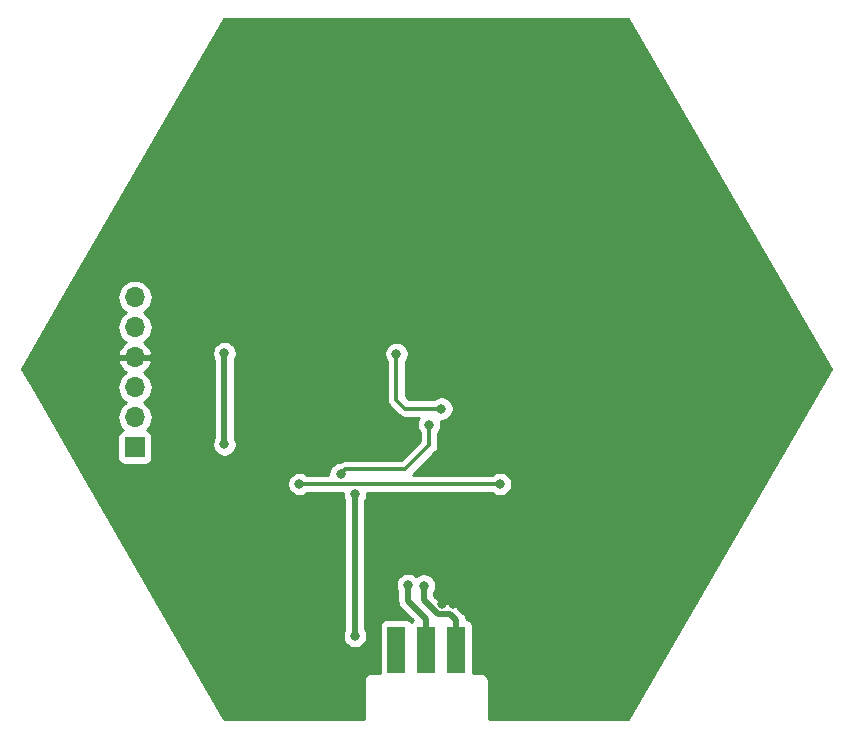
<source format=gbl>
G04 #@! TF.GenerationSoftware,KiCad,Pcbnew,(5.1.4)-1*
G04 #@! TF.CreationDate,2021-09-05T23:12:11+02:00*
G04 #@! TF.ProjectId,BME680,424d4536-3830-42e6-9b69-6361645f7063,A*
G04 #@! TF.SameCoordinates,Original*
G04 #@! TF.FileFunction,Copper,L2,Bot*
G04 #@! TF.FilePolarity,Positive*
%FSLAX46Y46*%
G04 Gerber Fmt 4.6, Leading zero omitted, Abs format (unit mm)*
G04 Created by KiCad (PCBNEW (5.1.4)-1) date 2021-09-05 23:12:11*
%MOMM*%
%LPD*%
G04 APERTURE LIST*
%ADD10O,1.700000X1.700000*%
%ADD11R,1.700000X1.700000*%
%ADD12R,1.524000X4.000000*%
%ADD13C,0.800000*%
%ADD14C,0.300000*%
%ADD15C,0.500000*%
%ADD16C,0.254000*%
G04 APERTURE END LIST*
D10*
X97837200Y-109140600D03*
X97837200Y-111680600D03*
X97837200Y-114220600D03*
X97837200Y-116760600D03*
X97837200Y-119300600D03*
D11*
X97837200Y-121840600D03*
D12*
X125040600Y-138985600D03*
X122500600Y-138985600D03*
X119960600Y-138985600D03*
D13*
X130552400Y-129232000D03*
X123643600Y-117243200D03*
X123796000Y-118564000D03*
X122754600Y-119910200D03*
X123034000Y-111909200D03*
X131602000Y-122306000D03*
X118124400Y-120476400D03*
X125748790Y-135077010D03*
X124808990Y-135077010D03*
X123869190Y-135077010D03*
X116455400Y-125777600D03*
X116455400Y-137791800D03*
X120951200Y-133499200D03*
X122297400Y-133550000D03*
X105406400Y-121586600D03*
X105406400Y-113865000D03*
X128749000Y-124939400D03*
X111756400Y-124939400D03*
X119986000Y-113915800D03*
X115261600Y-124101200D03*
D14*
X122602200Y-139065800D02*
X122500000Y-139168000D01*
X125142200Y-139065800D02*
X125040000Y-139168000D01*
X124634200Y-138762200D02*
X125040000Y-139168000D01*
D15*
X116455400Y-125777600D02*
X116455400Y-126343285D01*
X116455400Y-126343285D02*
X116455400Y-137461600D01*
X116455400Y-137461600D02*
X116455400Y-137791800D01*
X116455400Y-137791800D02*
X116455400Y-137791800D01*
X120951200Y-133499200D02*
X120951200Y-134845400D01*
X122500600Y-136394800D02*
X122500600Y-138985600D01*
X120951200Y-134845400D02*
X122500600Y-136394800D01*
X124482011Y-135927011D02*
X124277191Y-135927011D01*
X125040600Y-138985600D02*
X125040600Y-136485600D01*
X125040600Y-136485600D02*
X124482011Y-135927011D01*
X123461189Y-135927011D02*
X122297400Y-134763222D01*
X124277191Y-135927011D02*
X123461189Y-135927011D01*
X122297400Y-134763222D02*
X122297400Y-133550000D01*
X105406400Y-121586600D02*
X105406400Y-121020915D01*
X105406400Y-121020915D02*
X105406400Y-113865000D01*
D14*
X128749000Y-124939400D02*
X111756400Y-124939400D01*
X119986000Y-113915800D02*
X119986000Y-117802000D01*
X120748000Y-118564000D02*
X123796000Y-118564000D01*
X119986000Y-117802000D02*
X120748000Y-118564000D01*
X115661599Y-123701201D02*
X120690799Y-123701201D01*
X115261600Y-124101200D02*
X115661599Y-123701201D01*
X122754600Y-121637400D02*
X122754600Y-119910200D01*
X120690799Y-123701201D02*
X122754600Y-121637400D01*
D16*
G36*
X156737892Y-115178000D02*
G01*
X139618955Y-144828000D01*
X127780000Y-144828000D01*
X127780000Y-141604599D01*
X127783193Y-141572180D01*
X127770450Y-141442797D01*
X127732710Y-141318387D01*
X127671425Y-141203730D01*
X127588948Y-141103232D01*
X127488450Y-141020755D01*
X127373793Y-140959470D01*
X127249383Y-140921730D01*
X127152419Y-140912180D01*
X127120000Y-140908987D01*
X127087581Y-140912180D01*
X126440672Y-140912180D01*
X126440672Y-136985600D01*
X126428412Y-136861118D01*
X126392102Y-136741420D01*
X126333137Y-136631106D01*
X126253785Y-136534415D01*
X126157094Y-136455063D01*
X126046780Y-136396098D01*
X125927082Y-136359788D01*
X125917397Y-136358834D01*
X125912795Y-136312110D01*
X125862189Y-136145287D01*
X125780011Y-135991541D01*
X125669417Y-135856783D01*
X125635644Y-135829066D01*
X125138545Y-135331967D01*
X125110828Y-135298194D01*
X124976070Y-135187600D01*
X124822324Y-135105422D01*
X124655501Y-135054816D01*
X124525488Y-135042011D01*
X124525480Y-135042011D01*
X124482011Y-135037730D01*
X124438542Y-135042011D01*
X123827768Y-135042011D01*
X123182400Y-134396644D01*
X123182400Y-134088454D01*
X123214605Y-134040256D01*
X123292626Y-133851898D01*
X123332400Y-133651939D01*
X123332400Y-133448061D01*
X123292626Y-133248102D01*
X123214605Y-133059744D01*
X123101337Y-132890226D01*
X122957174Y-132746063D01*
X122787656Y-132632795D01*
X122599298Y-132554774D01*
X122399339Y-132515000D01*
X122195461Y-132515000D01*
X121995502Y-132554774D01*
X121807144Y-132632795D01*
X121652102Y-132736391D01*
X121610974Y-132695263D01*
X121441456Y-132581995D01*
X121253098Y-132503974D01*
X121053139Y-132464200D01*
X120849261Y-132464200D01*
X120649302Y-132503974D01*
X120460944Y-132581995D01*
X120291426Y-132695263D01*
X120147263Y-132839426D01*
X120033995Y-133008944D01*
X119955974Y-133197302D01*
X119916200Y-133397261D01*
X119916200Y-133601139D01*
X119955974Y-133801098D01*
X120033995Y-133989456D01*
X120066200Y-134037655D01*
X120066201Y-134801921D01*
X120061919Y-134845400D01*
X120079005Y-135018890D01*
X120129612Y-135185713D01*
X120211790Y-135339459D01*
X120294668Y-135440446D01*
X120294671Y-135440449D01*
X120322384Y-135474217D01*
X120356151Y-135501929D01*
X121343010Y-136488789D01*
X121287415Y-136534415D01*
X121230600Y-136603644D01*
X121173785Y-136534415D01*
X121077094Y-136455063D01*
X120966780Y-136396098D01*
X120847082Y-136359788D01*
X120722600Y-136347528D01*
X119198600Y-136347528D01*
X119074118Y-136359788D01*
X118954420Y-136396098D01*
X118844106Y-136455063D01*
X118747415Y-136534415D01*
X118668063Y-136631106D01*
X118609098Y-136741420D01*
X118572788Y-136861118D01*
X118560528Y-136985600D01*
X118560528Y-140912180D01*
X117912419Y-140912180D01*
X117880000Y-140908987D01*
X117847581Y-140912180D01*
X117750617Y-140921730D01*
X117626207Y-140959470D01*
X117511550Y-141020755D01*
X117411052Y-141103232D01*
X117328575Y-141203730D01*
X117267290Y-141318387D01*
X117229550Y-141442797D01*
X117216807Y-141572180D01*
X117220000Y-141604600D01*
X117220001Y-144828000D01*
X105381045Y-144828000D01*
X93839164Y-124837461D01*
X110721400Y-124837461D01*
X110721400Y-125041339D01*
X110761174Y-125241298D01*
X110839195Y-125429656D01*
X110952463Y-125599174D01*
X111096626Y-125743337D01*
X111266144Y-125856605D01*
X111454502Y-125934626D01*
X111654461Y-125974400D01*
X111858339Y-125974400D01*
X112058298Y-125934626D01*
X112246656Y-125856605D01*
X112416174Y-125743337D01*
X112435111Y-125724400D01*
X115420400Y-125724400D01*
X115420400Y-125879539D01*
X115460174Y-126079498D01*
X115538195Y-126267856D01*
X115570400Y-126316054D01*
X115570401Y-137253344D01*
X115538195Y-137301544D01*
X115460174Y-137489902D01*
X115420400Y-137689861D01*
X115420400Y-137893739D01*
X115460174Y-138093698D01*
X115538195Y-138282056D01*
X115651463Y-138451574D01*
X115795626Y-138595737D01*
X115965144Y-138709005D01*
X116153502Y-138787026D01*
X116353461Y-138826800D01*
X116557339Y-138826800D01*
X116757298Y-138787026D01*
X116945656Y-138709005D01*
X117115174Y-138595737D01*
X117259337Y-138451574D01*
X117372605Y-138282056D01*
X117450626Y-138093698D01*
X117490400Y-137893739D01*
X117490400Y-137689861D01*
X117450626Y-137489902D01*
X117372605Y-137301544D01*
X117340400Y-137253346D01*
X117340400Y-126316054D01*
X117372605Y-126267856D01*
X117450626Y-126079498D01*
X117490400Y-125879539D01*
X117490400Y-125724400D01*
X128070289Y-125724400D01*
X128089226Y-125743337D01*
X128258744Y-125856605D01*
X128447102Y-125934626D01*
X128647061Y-125974400D01*
X128850939Y-125974400D01*
X129050898Y-125934626D01*
X129239256Y-125856605D01*
X129408774Y-125743337D01*
X129552937Y-125599174D01*
X129666205Y-125429656D01*
X129744226Y-125241298D01*
X129784000Y-125041339D01*
X129784000Y-124837461D01*
X129744226Y-124637502D01*
X129666205Y-124449144D01*
X129552937Y-124279626D01*
X129408774Y-124135463D01*
X129239256Y-124022195D01*
X129050898Y-123944174D01*
X128850939Y-123904400D01*
X128647061Y-123904400D01*
X128447102Y-123944174D01*
X128258744Y-124022195D01*
X128089226Y-124135463D01*
X128070289Y-124154400D01*
X121347757Y-124154400D01*
X123282417Y-122219741D01*
X123312364Y-122195164D01*
X123410462Y-122075633D01*
X123483354Y-121939260D01*
X123528241Y-121791287D01*
X123539600Y-121675961D01*
X123539600Y-121675954D01*
X123543397Y-121637401D01*
X123539600Y-121598848D01*
X123539600Y-120588911D01*
X123558537Y-120569974D01*
X123671805Y-120400456D01*
X123749826Y-120212098D01*
X123789600Y-120012139D01*
X123789600Y-119808261D01*
X123749826Y-119608302D01*
X123745973Y-119599000D01*
X123897939Y-119599000D01*
X124097898Y-119559226D01*
X124286256Y-119481205D01*
X124455774Y-119367937D01*
X124599937Y-119223774D01*
X124713205Y-119054256D01*
X124791226Y-118865898D01*
X124831000Y-118665939D01*
X124831000Y-118462061D01*
X124791226Y-118262102D01*
X124713205Y-118073744D01*
X124599937Y-117904226D01*
X124455774Y-117760063D01*
X124286256Y-117646795D01*
X124097898Y-117568774D01*
X123897939Y-117529000D01*
X123694061Y-117529000D01*
X123494102Y-117568774D01*
X123305744Y-117646795D01*
X123136226Y-117760063D01*
X123117289Y-117779000D01*
X121073157Y-117779000D01*
X120771000Y-117476843D01*
X120771000Y-114594511D01*
X120789937Y-114575574D01*
X120903205Y-114406056D01*
X120981226Y-114217698D01*
X121021000Y-114017739D01*
X121021000Y-113813861D01*
X120981226Y-113613902D01*
X120903205Y-113425544D01*
X120789937Y-113256026D01*
X120645774Y-113111863D01*
X120476256Y-112998595D01*
X120287898Y-112920574D01*
X120087939Y-112880800D01*
X119884061Y-112880800D01*
X119684102Y-112920574D01*
X119495744Y-112998595D01*
X119326226Y-113111863D01*
X119182063Y-113256026D01*
X119068795Y-113425544D01*
X118990774Y-113613902D01*
X118951000Y-113813861D01*
X118951000Y-114017739D01*
X118990774Y-114217698D01*
X119068795Y-114406056D01*
X119182063Y-114575574D01*
X119201000Y-114594511D01*
X119201001Y-117763437D01*
X119197203Y-117802000D01*
X119212359Y-117955886D01*
X119257246Y-118103859D01*
X119257247Y-118103860D01*
X119330139Y-118240233D01*
X119334434Y-118245466D01*
X119403655Y-118329812D01*
X119403659Y-118329816D01*
X119428237Y-118359764D01*
X119458185Y-118384342D01*
X120165653Y-119091810D01*
X120190236Y-119121764D01*
X120309767Y-119219862D01*
X120446140Y-119292754D01*
X120594113Y-119337642D01*
X120669026Y-119345020D01*
X120709439Y-119349000D01*
X120709444Y-119349000D01*
X120748000Y-119352797D01*
X120786556Y-119349000D01*
X121884798Y-119349000D01*
X121837395Y-119419944D01*
X121759374Y-119608302D01*
X121719600Y-119808261D01*
X121719600Y-120012139D01*
X121759374Y-120212098D01*
X121837395Y-120400456D01*
X121950663Y-120569974D01*
X121969601Y-120588912D01*
X121969600Y-121312242D01*
X120365642Y-122916201D01*
X115700151Y-122916201D01*
X115661598Y-122912404D01*
X115623045Y-122916201D01*
X115623038Y-122916201D01*
X115507712Y-122927560D01*
X115359739Y-122972447D01*
X115223366Y-123045339D01*
X115197947Y-123066200D01*
X115159661Y-123066200D01*
X114959702Y-123105974D01*
X114771344Y-123183995D01*
X114601826Y-123297263D01*
X114457663Y-123441426D01*
X114344395Y-123610944D01*
X114266374Y-123799302D01*
X114226600Y-123999261D01*
X114226600Y-124154400D01*
X112435111Y-124154400D01*
X112416174Y-124135463D01*
X112246656Y-124022195D01*
X112058298Y-123944174D01*
X111858339Y-123904400D01*
X111654461Y-123904400D01*
X111454502Y-123944174D01*
X111266144Y-124022195D01*
X111096626Y-124135463D01*
X110952463Y-124279626D01*
X110839195Y-124449144D01*
X110761174Y-124637502D01*
X110721400Y-124837461D01*
X93839164Y-124837461D01*
X89175849Y-116760600D01*
X96345015Y-116760600D01*
X96373687Y-117051711D01*
X96458601Y-117331634D01*
X96596494Y-117589614D01*
X96782066Y-117815734D01*
X97008186Y-118001306D01*
X97062991Y-118030600D01*
X97008186Y-118059894D01*
X96782066Y-118245466D01*
X96596494Y-118471586D01*
X96458601Y-118729566D01*
X96373687Y-119009489D01*
X96345015Y-119300600D01*
X96373687Y-119591711D01*
X96458601Y-119871634D01*
X96596494Y-120129614D01*
X96782066Y-120355734D01*
X96811887Y-120380207D01*
X96743020Y-120401098D01*
X96632706Y-120460063D01*
X96536015Y-120539415D01*
X96456663Y-120636106D01*
X96397698Y-120746420D01*
X96361388Y-120866118D01*
X96349128Y-120990600D01*
X96349128Y-122690600D01*
X96361388Y-122815082D01*
X96397698Y-122934780D01*
X96456663Y-123045094D01*
X96536015Y-123141785D01*
X96632706Y-123221137D01*
X96743020Y-123280102D01*
X96862718Y-123316412D01*
X96987200Y-123328672D01*
X98687200Y-123328672D01*
X98811682Y-123316412D01*
X98931380Y-123280102D01*
X99041694Y-123221137D01*
X99138385Y-123141785D01*
X99217737Y-123045094D01*
X99276702Y-122934780D01*
X99313012Y-122815082D01*
X99325272Y-122690600D01*
X99325272Y-120990600D01*
X99313012Y-120866118D01*
X99276702Y-120746420D01*
X99217737Y-120636106D01*
X99138385Y-120539415D01*
X99041694Y-120460063D01*
X98931380Y-120401098D01*
X98862513Y-120380207D01*
X98892334Y-120355734D01*
X99077906Y-120129614D01*
X99215799Y-119871634D01*
X99300713Y-119591711D01*
X99329385Y-119300600D01*
X99300713Y-119009489D01*
X99215799Y-118729566D01*
X99077906Y-118471586D01*
X98892334Y-118245466D01*
X98666214Y-118059894D01*
X98611409Y-118030600D01*
X98666214Y-118001306D01*
X98892334Y-117815734D01*
X99077906Y-117589614D01*
X99215799Y-117331634D01*
X99300713Y-117051711D01*
X99329385Y-116760600D01*
X99300713Y-116469489D01*
X99215799Y-116189566D01*
X99077906Y-115931586D01*
X98892334Y-115705466D01*
X98666214Y-115519894D01*
X98601677Y-115485399D01*
X98718555Y-115415778D01*
X98934788Y-115220869D01*
X99108841Y-114987520D01*
X99234025Y-114724699D01*
X99278676Y-114577490D01*
X99157355Y-114347600D01*
X97964200Y-114347600D01*
X97964200Y-114367600D01*
X97710200Y-114367600D01*
X97710200Y-114347600D01*
X96517045Y-114347600D01*
X96395724Y-114577490D01*
X96440375Y-114724699D01*
X96565559Y-114987520D01*
X96739612Y-115220869D01*
X96955845Y-115415778D01*
X97072723Y-115485399D01*
X97008186Y-115519894D01*
X96782066Y-115705466D01*
X96596494Y-115931586D01*
X96458601Y-116189566D01*
X96373687Y-116469489D01*
X96345015Y-116760600D01*
X89175849Y-116760600D01*
X88262107Y-115178000D01*
X91747903Y-109140600D01*
X96345015Y-109140600D01*
X96373687Y-109431711D01*
X96458601Y-109711634D01*
X96596494Y-109969614D01*
X96782066Y-110195734D01*
X97008186Y-110381306D01*
X97062991Y-110410600D01*
X97008186Y-110439894D01*
X96782066Y-110625466D01*
X96596494Y-110851586D01*
X96458601Y-111109566D01*
X96373687Y-111389489D01*
X96345015Y-111680600D01*
X96373687Y-111971711D01*
X96458601Y-112251634D01*
X96596494Y-112509614D01*
X96782066Y-112735734D01*
X97008186Y-112921306D01*
X97072723Y-112955801D01*
X96955845Y-113025422D01*
X96739612Y-113220331D01*
X96565559Y-113453680D01*
X96440375Y-113716501D01*
X96395724Y-113863710D01*
X96517045Y-114093600D01*
X97710200Y-114093600D01*
X97710200Y-114073600D01*
X97964200Y-114073600D01*
X97964200Y-114093600D01*
X99157355Y-114093600D01*
X99278676Y-113863710D01*
X99248148Y-113763061D01*
X104371400Y-113763061D01*
X104371400Y-113966939D01*
X104411174Y-114166898D01*
X104489195Y-114355256D01*
X104521401Y-114403456D01*
X104521400Y-120977438D01*
X104521400Y-121048146D01*
X104489195Y-121096344D01*
X104411174Y-121284702D01*
X104371400Y-121484661D01*
X104371400Y-121688539D01*
X104411174Y-121888498D01*
X104489195Y-122076856D01*
X104602463Y-122246374D01*
X104746626Y-122390537D01*
X104916144Y-122503805D01*
X105104502Y-122581826D01*
X105304461Y-122621600D01*
X105508339Y-122621600D01*
X105708298Y-122581826D01*
X105896656Y-122503805D01*
X106066174Y-122390537D01*
X106210337Y-122246374D01*
X106323605Y-122076856D01*
X106401626Y-121888498D01*
X106441400Y-121688539D01*
X106441400Y-121484661D01*
X106401626Y-121284702D01*
X106323605Y-121096344D01*
X106291400Y-121048146D01*
X106291400Y-114403454D01*
X106323605Y-114355256D01*
X106401626Y-114166898D01*
X106441400Y-113966939D01*
X106441400Y-113763061D01*
X106401626Y-113563102D01*
X106323605Y-113374744D01*
X106210337Y-113205226D01*
X106066174Y-113061063D01*
X105896656Y-112947795D01*
X105708298Y-112869774D01*
X105508339Y-112830000D01*
X105304461Y-112830000D01*
X105104502Y-112869774D01*
X104916144Y-112947795D01*
X104746626Y-113061063D01*
X104602463Y-113205226D01*
X104489195Y-113374744D01*
X104411174Y-113563102D01*
X104371400Y-113763061D01*
X99248148Y-113763061D01*
X99234025Y-113716501D01*
X99108841Y-113453680D01*
X98934788Y-113220331D01*
X98718555Y-113025422D01*
X98601677Y-112955801D01*
X98666214Y-112921306D01*
X98892334Y-112735734D01*
X99077906Y-112509614D01*
X99215799Y-112251634D01*
X99300713Y-111971711D01*
X99329385Y-111680600D01*
X99300713Y-111389489D01*
X99215799Y-111109566D01*
X99077906Y-110851586D01*
X98892334Y-110625466D01*
X98666214Y-110439894D01*
X98611409Y-110410600D01*
X98666214Y-110381306D01*
X98892334Y-110195734D01*
X99077906Y-109969614D01*
X99215799Y-109711634D01*
X99300713Y-109431711D01*
X99329385Y-109140600D01*
X99300713Y-108849489D01*
X99215799Y-108569566D01*
X99077906Y-108311586D01*
X98892334Y-108085466D01*
X98666214Y-107899894D01*
X98408234Y-107762001D01*
X98128311Y-107677087D01*
X97910150Y-107655600D01*
X97764250Y-107655600D01*
X97546089Y-107677087D01*
X97266166Y-107762001D01*
X97008186Y-107899894D01*
X96782066Y-108085466D01*
X96596494Y-108311586D01*
X96458601Y-108569566D01*
X96373687Y-108849489D01*
X96345015Y-109140600D01*
X91747903Y-109140600D01*
X105381045Y-85528000D01*
X139618955Y-85528000D01*
X156737892Y-115178000D01*
X156737892Y-115178000D01*
G37*
X156737892Y-115178000D02*
X139618955Y-144828000D01*
X127780000Y-144828000D01*
X127780000Y-141604599D01*
X127783193Y-141572180D01*
X127770450Y-141442797D01*
X127732710Y-141318387D01*
X127671425Y-141203730D01*
X127588948Y-141103232D01*
X127488450Y-141020755D01*
X127373793Y-140959470D01*
X127249383Y-140921730D01*
X127152419Y-140912180D01*
X127120000Y-140908987D01*
X127087581Y-140912180D01*
X126440672Y-140912180D01*
X126440672Y-136985600D01*
X126428412Y-136861118D01*
X126392102Y-136741420D01*
X126333137Y-136631106D01*
X126253785Y-136534415D01*
X126157094Y-136455063D01*
X126046780Y-136396098D01*
X125927082Y-136359788D01*
X125917397Y-136358834D01*
X125912795Y-136312110D01*
X125862189Y-136145287D01*
X125780011Y-135991541D01*
X125669417Y-135856783D01*
X125635644Y-135829066D01*
X125138545Y-135331967D01*
X125110828Y-135298194D01*
X124976070Y-135187600D01*
X124822324Y-135105422D01*
X124655501Y-135054816D01*
X124525488Y-135042011D01*
X124525480Y-135042011D01*
X124482011Y-135037730D01*
X124438542Y-135042011D01*
X123827768Y-135042011D01*
X123182400Y-134396644D01*
X123182400Y-134088454D01*
X123214605Y-134040256D01*
X123292626Y-133851898D01*
X123332400Y-133651939D01*
X123332400Y-133448061D01*
X123292626Y-133248102D01*
X123214605Y-133059744D01*
X123101337Y-132890226D01*
X122957174Y-132746063D01*
X122787656Y-132632795D01*
X122599298Y-132554774D01*
X122399339Y-132515000D01*
X122195461Y-132515000D01*
X121995502Y-132554774D01*
X121807144Y-132632795D01*
X121652102Y-132736391D01*
X121610974Y-132695263D01*
X121441456Y-132581995D01*
X121253098Y-132503974D01*
X121053139Y-132464200D01*
X120849261Y-132464200D01*
X120649302Y-132503974D01*
X120460944Y-132581995D01*
X120291426Y-132695263D01*
X120147263Y-132839426D01*
X120033995Y-133008944D01*
X119955974Y-133197302D01*
X119916200Y-133397261D01*
X119916200Y-133601139D01*
X119955974Y-133801098D01*
X120033995Y-133989456D01*
X120066200Y-134037655D01*
X120066201Y-134801921D01*
X120061919Y-134845400D01*
X120079005Y-135018890D01*
X120129612Y-135185713D01*
X120211790Y-135339459D01*
X120294668Y-135440446D01*
X120294671Y-135440449D01*
X120322384Y-135474217D01*
X120356151Y-135501929D01*
X121343010Y-136488789D01*
X121287415Y-136534415D01*
X121230600Y-136603644D01*
X121173785Y-136534415D01*
X121077094Y-136455063D01*
X120966780Y-136396098D01*
X120847082Y-136359788D01*
X120722600Y-136347528D01*
X119198600Y-136347528D01*
X119074118Y-136359788D01*
X118954420Y-136396098D01*
X118844106Y-136455063D01*
X118747415Y-136534415D01*
X118668063Y-136631106D01*
X118609098Y-136741420D01*
X118572788Y-136861118D01*
X118560528Y-136985600D01*
X118560528Y-140912180D01*
X117912419Y-140912180D01*
X117880000Y-140908987D01*
X117847581Y-140912180D01*
X117750617Y-140921730D01*
X117626207Y-140959470D01*
X117511550Y-141020755D01*
X117411052Y-141103232D01*
X117328575Y-141203730D01*
X117267290Y-141318387D01*
X117229550Y-141442797D01*
X117216807Y-141572180D01*
X117220000Y-141604600D01*
X117220001Y-144828000D01*
X105381045Y-144828000D01*
X93839164Y-124837461D01*
X110721400Y-124837461D01*
X110721400Y-125041339D01*
X110761174Y-125241298D01*
X110839195Y-125429656D01*
X110952463Y-125599174D01*
X111096626Y-125743337D01*
X111266144Y-125856605D01*
X111454502Y-125934626D01*
X111654461Y-125974400D01*
X111858339Y-125974400D01*
X112058298Y-125934626D01*
X112246656Y-125856605D01*
X112416174Y-125743337D01*
X112435111Y-125724400D01*
X115420400Y-125724400D01*
X115420400Y-125879539D01*
X115460174Y-126079498D01*
X115538195Y-126267856D01*
X115570400Y-126316054D01*
X115570401Y-137253344D01*
X115538195Y-137301544D01*
X115460174Y-137489902D01*
X115420400Y-137689861D01*
X115420400Y-137893739D01*
X115460174Y-138093698D01*
X115538195Y-138282056D01*
X115651463Y-138451574D01*
X115795626Y-138595737D01*
X115965144Y-138709005D01*
X116153502Y-138787026D01*
X116353461Y-138826800D01*
X116557339Y-138826800D01*
X116757298Y-138787026D01*
X116945656Y-138709005D01*
X117115174Y-138595737D01*
X117259337Y-138451574D01*
X117372605Y-138282056D01*
X117450626Y-138093698D01*
X117490400Y-137893739D01*
X117490400Y-137689861D01*
X117450626Y-137489902D01*
X117372605Y-137301544D01*
X117340400Y-137253346D01*
X117340400Y-126316054D01*
X117372605Y-126267856D01*
X117450626Y-126079498D01*
X117490400Y-125879539D01*
X117490400Y-125724400D01*
X128070289Y-125724400D01*
X128089226Y-125743337D01*
X128258744Y-125856605D01*
X128447102Y-125934626D01*
X128647061Y-125974400D01*
X128850939Y-125974400D01*
X129050898Y-125934626D01*
X129239256Y-125856605D01*
X129408774Y-125743337D01*
X129552937Y-125599174D01*
X129666205Y-125429656D01*
X129744226Y-125241298D01*
X129784000Y-125041339D01*
X129784000Y-124837461D01*
X129744226Y-124637502D01*
X129666205Y-124449144D01*
X129552937Y-124279626D01*
X129408774Y-124135463D01*
X129239256Y-124022195D01*
X129050898Y-123944174D01*
X128850939Y-123904400D01*
X128647061Y-123904400D01*
X128447102Y-123944174D01*
X128258744Y-124022195D01*
X128089226Y-124135463D01*
X128070289Y-124154400D01*
X121347757Y-124154400D01*
X123282417Y-122219741D01*
X123312364Y-122195164D01*
X123410462Y-122075633D01*
X123483354Y-121939260D01*
X123528241Y-121791287D01*
X123539600Y-121675961D01*
X123539600Y-121675954D01*
X123543397Y-121637401D01*
X123539600Y-121598848D01*
X123539600Y-120588911D01*
X123558537Y-120569974D01*
X123671805Y-120400456D01*
X123749826Y-120212098D01*
X123789600Y-120012139D01*
X123789600Y-119808261D01*
X123749826Y-119608302D01*
X123745973Y-119599000D01*
X123897939Y-119599000D01*
X124097898Y-119559226D01*
X124286256Y-119481205D01*
X124455774Y-119367937D01*
X124599937Y-119223774D01*
X124713205Y-119054256D01*
X124791226Y-118865898D01*
X124831000Y-118665939D01*
X124831000Y-118462061D01*
X124791226Y-118262102D01*
X124713205Y-118073744D01*
X124599937Y-117904226D01*
X124455774Y-117760063D01*
X124286256Y-117646795D01*
X124097898Y-117568774D01*
X123897939Y-117529000D01*
X123694061Y-117529000D01*
X123494102Y-117568774D01*
X123305744Y-117646795D01*
X123136226Y-117760063D01*
X123117289Y-117779000D01*
X121073157Y-117779000D01*
X120771000Y-117476843D01*
X120771000Y-114594511D01*
X120789937Y-114575574D01*
X120903205Y-114406056D01*
X120981226Y-114217698D01*
X121021000Y-114017739D01*
X121021000Y-113813861D01*
X120981226Y-113613902D01*
X120903205Y-113425544D01*
X120789937Y-113256026D01*
X120645774Y-113111863D01*
X120476256Y-112998595D01*
X120287898Y-112920574D01*
X120087939Y-112880800D01*
X119884061Y-112880800D01*
X119684102Y-112920574D01*
X119495744Y-112998595D01*
X119326226Y-113111863D01*
X119182063Y-113256026D01*
X119068795Y-113425544D01*
X118990774Y-113613902D01*
X118951000Y-113813861D01*
X118951000Y-114017739D01*
X118990774Y-114217698D01*
X119068795Y-114406056D01*
X119182063Y-114575574D01*
X119201000Y-114594511D01*
X119201001Y-117763437D01*
X119197203Y-117802000D01*
X119212359Y-117955886D01*
X119257246Y-118103859D01*
X119257247Y-118103860D01*
X119330139Y-118240233D01*
X119334434Y-118245466D01*
X119403655Y-118329812D01*
X119403659Y-118329816D01*
X119428237Y-118359764D01*
X119458185Y-118384342D01*
X120165653Y-119091810D01*
X120190236Y-119121764D01*
X120309767Y-119219862D01*
X120446140Y-119292754D01*
X120594113Y-119337642D01*
X120669026Y-119345020D01*
X120709439Y-119349000D01*
X120709444Y-119349000D01*
X120748000Y-119352797D01*
X120786556Y-119349000D01*
X121884798Y-119349000D01*
X121837395Y-119419944D01*
X121759374Y-119608302D01*
X121719600Y-119808261D01*
X121719600Y-120012139D01*
X121759374Y-120212098D01*
X121837395Y-120400456D01*
X121950663Y-120569974D01*
X121969601Y-120588912D01*
X121969600Y-121312242D01*
X120365642Y-122916201D01*
X115700151Y-122916201D01*
X115661598Y-122912404D01*
X115623045Y-122916201D01*
X115623038Y-122916201D01*
X115507712Y-122927560D01*
X115359739Y-122972447D01*
X115223366Y-123045339D01*
X115197947Y-123066200D01*
X115159661Y-123066200D01*
X114959702Y-123105974D01*
X114771344Y-123183995D01*
X114601826Y-123297263D01*
X114457663Y-123441426D01*
X114344395Y-123610944D01*
X114266374Y-123799302D01*
X114226600Y-123999261D01*
X114226600Y-124154400D01*
X112435111Y-124154400D01*
X112416174Y-124135463D01*
X112246656Y-124022195D01*
X112058298Y-123944174D01*
X111858339Y-123904400D01*
X111654461Y-123904400D01*
X111454502Y-123944174D01*
X111266144Y-124022195D01*
X111096626Y-124135463D01*
X110952463Y-124279626D01*
X110839195Y-124449144D01*
X110761174Y-124637502D01*
X110721400Y-124837461D01*
X93839164Y-124837461D01*
X89175849Y-116760600D01*
X96345015Y-116760600D01*
X96373687Y-117051711D01*
X96458601Y-117331634D01*
X96596494Y-117589614D01*
X96782066Y-117815734D01*
X97008186Y-118001306D01*
X97062991Y-118030600D01*
X97008186Y-118059894D01*
X96782066Y-118245466D01*
X96596494Y-118471586D01*
X96458601Y-118729566D01*
X96373687Y-119009489D01*
X96345015Y-119300600D01*
X96373687Y-119591711D01*
X96458601Y-119871634D01*
X96596494Y-120129614D01*
X96782066Y-120355734D01*
X96811887Y-120380207D01*
X96743020Y-120401098D01*
X96632706Y-120460063D01*
X96536015Y-120539415D01*
X96456663Y-120636106D01*
X96397698Y-120746420D01*
X96361388Y-120866118D01*
X96349128Y-120990600D01*
X96349128Y-122690600D01*
X96361388Y-122815082D01*
X96397698Y-122934780D01*
X96456663Y-123045094D01*
X96536015Y-123141785D01*
X96632706Y-123221137D01*
X96743020Y-123280102D01*
X96862718Y-123316412D01*
X96987200Y-123328672D01*
X98687200Y-123328672D01*
X98811682Y-123316412D01*
X98931380Y-123280102D01*
X99041694Y-123221137D01*
X99138385Y-123141785D01*
X99217737Y-123045094D01*
X99276702Y-122934780D01*
X99313012Y-122815082D01*
X99325272Y-122690600D01*
X99325272Y-120990600D01*
X99313012Y-120866118D01*
X99276702Y-120746420D01*
X99217737Y-120636106D01*
X99138385Y-120539415D01*
X99041694Y-120460063D01*
X98931380Y-120401098D01*
X98862513Y-120380207D01*
X98892334Y-120355734D01*
X99077906Y-120129614D01*
X99215799Y-119871634D01*
X99300713Y-119591711D01*
X99329385Y-119300600D01*
X99300713Y-119009489D01*
X99215799Y-118729566D01*
X99077906Y-118471586D01*
X98892334Y-118245466D01*
X98666214Y-118059894D01*
X98611409Y-118030600D01*
X98666214Y-118001306D01*
X98892334Y-117815734D01*
X99077906Y-117589614D01*
X99215799Y-117331634D01*
X99300713Y-117051711D01*
X99329385Y-116760600D01*
X99300713Y-116469489D01*
X99215799Y-116189566D01*
X99077906Y-115931586D01*
X98892334Y-115705466D01*
X98666214Y-115519894D01*
X98601677Y-115485399D01*
X98718555Y-115415778D01*
X98934788Y-115220869D01*
X99108841Y-114987520D01*
X99234025Y-114724699D01*
X99278676Y-114577490D01*
X99157355Y-114347600D01*
X97964200Y-114347600D01*
X97964200Y-114367600D01*
X97710200Y-114367600D01*
X97710200Y-114347600D01*
X96517045Y-114347600D01*
X96395724Y-114577490D01*
X96440375Y-114724699D01*
X96565559Y-114987520D01*
X96739612Y-115220869D01*
X96955845Y-115415778D01*
X97072723Y-115485399D01*
X97008186Y-115519894D01*
X96782066Y-115705466D01*
X96596494Y-115931586D01*
X96458601Y-116189566D01*
X96373687Y-116469489D01*
X96345015Y-116760600D01*
X89175849Y-116760600D01*
X88262107Y-115178000D01*
X91747903Y-109140600D01*
X96345015Y-109140600D01*
X96373687Y-109431711D01*
X96458601Y-109711634D01*
X96596494Y-109969614D01*
X96782066Y-110195734D01*
X97008186Y-110381306D01*
X97062991Y-110410600D01*
X97008186Y-110439894D01*
X96782066Y-110625466D01*
X96596494Y-110851586D01*
X96458601Y-111109566D01*
X96373687Y-111389489D01*
X96345015Y-111680600D01*
X96373687Y-111971711D01*
X96458601Y-112251634D01*
X96596494Y-112509614D01*
X96782066Y-112735734D01*
X97008186Y-112921306D01*
X97072723Y-112955801D01*
X96955845Y-113025422D01*
X96739612Y-113220331D01*
X96565559Y-113453680D01*
X96440375Y-113716501D01*
X96395724Y-113863710D01*
X96517045Y-114093600D01*
X97710200Y-114093600D01*
X97710200Y-114073600D01*
X97964200Y-114073600D01*
X97964200Y-114093600D01*
X99157355Y-114093600D01*
X99278676Y-113863710D01*
X99248148Y-113763061D01*
X104371400Y-113763061D01*
X104371400Y-113966939D01*
X104411174Y-114166898D01*
X104489195Y-114355256D01*
X104521401Y-114403456D01*
X104521400Y-120977438D01*
X104521400Y-121048146D01*
X104489195Y-121096344D01*
X104411174Y-121284702D01*
X104371400Y-121484661D01*
X104371400Y-121688539D01*
X104411174Y-121888498D01*
X104489195Y-122076856D01*
X104602463Y-122246374D01*
X104746626Y-122390537D01*
X104916144Y-122503805D01*
X105104502Y-122581826D01*
X105304461Y-122621600D01*
X105508339Y-122621600D01*
X105708298Y-122581826D01*
X105896656Y-122503805D01*
X106066174Y-122390537D01*
X106210337Y-122246374D01*
X106323605Y-122076856D01*
X106401626Y-121888498D01*
X106441400Y-121688539D01*
X106441400Y-121484661D01*
X106401626Y-121284702D01*
X106323605Y-121096344D01*
X106291400Y-121048146D01*
X106291400Y-114403454D01*
X106323605Y-114355256D01*
X106401626Y-114166898D01*
X106441400Y-113966939D01*
X106441400Y-113763061D01*
X106401626Y-113563102D01*
X106323605Y-113374744D01*
X106210337Y-113205226D01*
X106066174Y-113061063D01*
X105896656Y-112947795D01*
X105708298Y-112869774D01*
X105508339Y-112830000D01*
X105304461Y-112830000D01*
X105104502Y-112869774D01*
X104916144Y-112947795D01*
X104746626Y-113061063D01*
X104602463Y-113205226D01*
X104489195Y-113374744D01*
X104411174Y-113563102D01*
X104371400Y-113763061D01*
X99248148Y-113763061D01*
X99234025Y-113716501D01*
X99108841Y-113453680D01*
X98934788Y-113220331D01*
X98718555Y-113025422D01*
X98601677Y-112955801D01*
X98666214Y-112921306D01*
X98892334Y-112735734D01*
X99077906Y-112509614D01*
X99215799Y-112251634D01*
X99300713Y-111971711D01*
X99329385Y-111680600D01*
X99300713Y-111389489D01*
X99215799Y-111109566D01*
X99077906Y-110851586D01*
X98892334Y-110625466D01*
X98666214Y-110439894D01*
X98611409Y-110410600D01*
X98666214Y-110381306D01*
X98892334Y-110195734D01*
X99077906Y-109969614D01*
X99215799Y-109711634D01*
X99300713Y-109431711D01*
X99329385Y-109140600D01*
X99300713Y-108849489D01*
X99215799Y-108569566D01*
X99077906Y-108311586D01*
X98892334Y-108085466D01*
X98666214Y-107899894D01*
X98408234Y-107762001D01*
X98128311Y-107677087D01*
X97910150Y-107655600D01*
X97764250Y-107655600D01*
X97546089Y-107677087D01*
X97266166Y-107762001D01*
X97008186Y-107899894D01*
X96782066Y-108085466D01*
X96596494Y-108311586D01*
X96458601Y-108569566D01*
X96373687Y-108849489D01*
X96345015Y-109140600D01*
X91747903Y-109140600D01*
X105381045Y-85528000D01*
X139618955Y-85528000D01*
X156737892Y-115178000D01*
M02*

</source>
